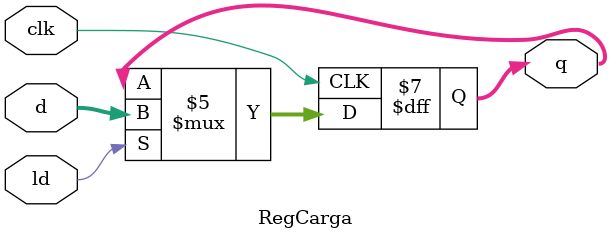
<source format=v>
/*
*RegCarga.v
* Registrador de carga paralela em verilog usando a abordagem comportamental
*/

module RegCarga (d,clk,ld,q);

	//entrada de daos
	input [3:0] d;
	
	// entrada de controle
	input clk, ld;
	
	//saída 
	output reg [3:0] q;
	
	//iniciando o valor do registrador
	initial begin 
		q=4'b0000;
	end
	
	//procediemnto sensível a borda de descida do clock
	always @(negedge clk) begin
	
		//casi ld=1, realiza a carga paralela
		if (ld==1'b1) q=d;
		
	end
endmodule

</source>
